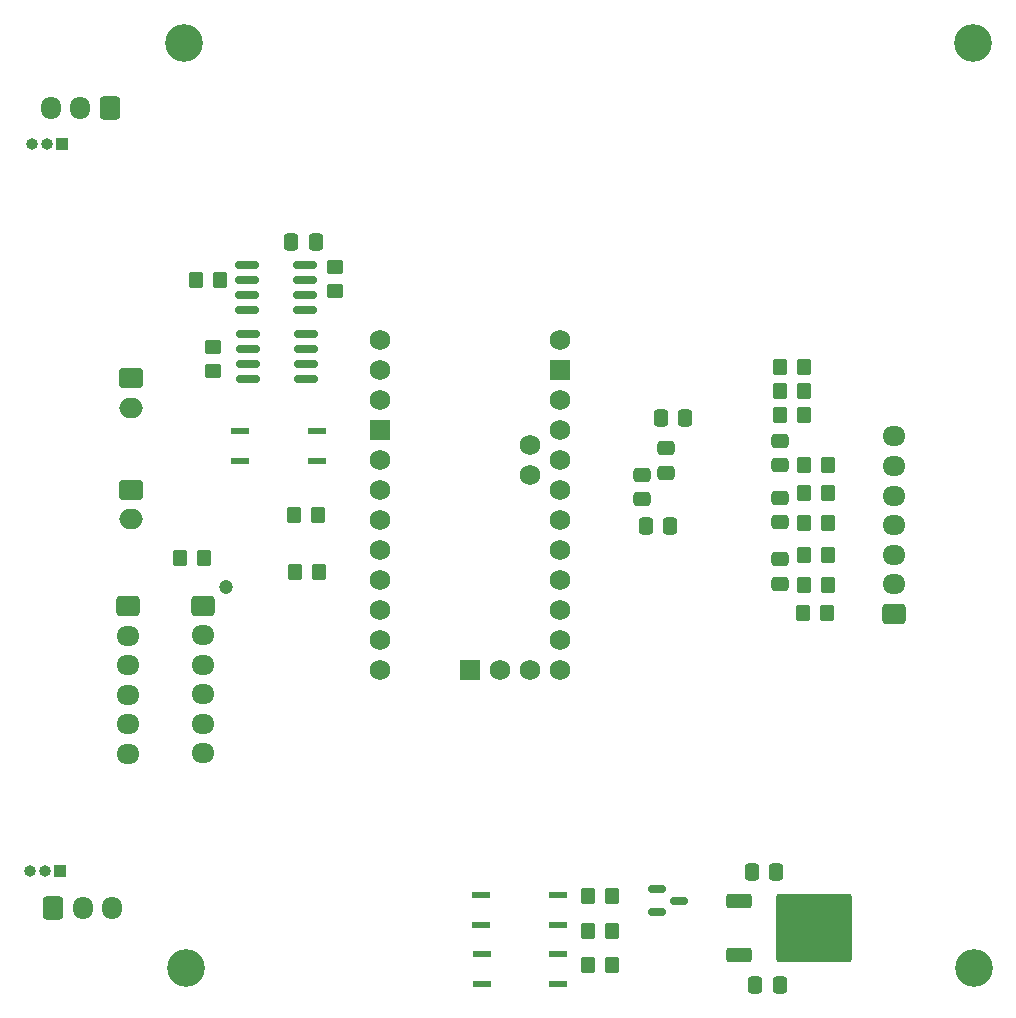
<source format=gbr>
%TF.GenerationSoftware,KiCad,Pcbnew,7.0.9*%
%TF.CreationDate,2024-01-03T22:08:46+05:30*%
%TF.ProjectId,BMS LTC6804-2,424d5320-4c54-4433-9638-30342d322e6b,rev?*%
%TF.SameCoordinates,Original*%
%TF.FileFunction,Soldermask,Top*%
%TF.FilePolarity,Negative*%
%FSLAX46Y46*%
G04 Gerber Fmt 4.6, Leading zero omitted, Abs format (unit mm)*
G04 Created by KiCad (PCBNEW 7.0.9) date 2024-01-03 22:08:46*
%MOMM*%
%LPD*%
G01*
G04 APERTURE LIST*
G04 Aperture macros list*
%AMRoundRect*
0 Rectangle with rounded corners*
0 $1 Rounding radius*
0 $2 $3 $4 $5 $6 $7 $8 $9 X,Y pos of 4 corners*
0 Add a 4 corners polygon primitive as box body*
4,1,4,$2,$3,$4,$5,$6,$7,$8,$9,$2,$3,0*
0 Add four circle primitives for the rounded corners*
1,1,$1+$1,$2,$3*
1,1,$1+$1,$4,$5*
1,1,$1+$1,$6,$7*
1,1,$1+$1,$8,$9*
0 Add four rect primitives between the rounded corners*
20,1,$1+$1,$2,$3,$4,$5,0*
20,1,$1+$1,$4,$5,$6,$7,0*
20,1,$1+$1,$6,$7,$8,$9,0*
20,1,$1+$1,$8,$9,$2,$3,0*%
G04 Aperture macros list end*
%ADD10RoundRect,0.250000X0.337500X0.475000X-0.337500X0.475000X-0.337500X-0.475000X0.337500X-0.475000X0*%
%ADD11RoundRect,0.250000X-0.350000X-0.450000X0.350000X-0.450000X0.350000X0.450000X-0.350000X0.450000X0*%
%ADD12C,3.200000*%
%ADD13RoundRect,0.250000X0.450000X-0.350000X0.450000X0.350000X-0.450000X0.350000X-0.450000X-0.350000X0*%
%ADD14C,1.727200*%
%ADD15R,1.727200X1.727200*%
%ADD16RoundRect,0.250000X-0.725000X0.600000X-0.725000X-0.600000X0.725000X-0.600000X0.725000X0.600000X0*%
%ADD17O,1.950000X1.700000*%
%ADD18RoundRect,0.150000X-0.825000X-0.150000X0.825000X-0.150000X0.825000X0.150000X-0.825000X0.150000X0*%
%ADD19RoundRect,0.250000X0.350000X0.450000X-0.350000X0.450000X-0.350000X-0.450000X0.350000X-0.450000X0*%
%ADD20RoundRect,0.137500X-0.662500X-0.137500X0.662500X-0.137500X0.662500X0.137500X-0.662500X0.137500X0*%
%ADD21RoundRect,0.250000X0.600000X0.725000X-0.600000X0.725000X-0.600000X-0.725000X0.600000X-0.725000X0*%
%ADD22O,1.700000X1.950000*%
%ADD23RoundRect,0.250000X-0.475000X0.337500X-0.475000X-0.337500X0.475000X-0.337500X0.475000X0.337500X0*%
%ADD24RoundRect,0.250000X0.475000X-0.337500X0.475000X0.337500X-0.475000X0.337500X-0.475000X-0.337500X0*%
%ADD25RoundRect,0.250000X-0.337500X-0.475000X0.337500X-0.475000X0.337500X0.475000X-0.337500X0.475000X0*%
%ADD26RoundRect,0.150000X-0.587500X-0.150000X0.587500X-0.150000X0.587500X0.150000X-0.587500X0.150000X0*%
%ADD27RoundRect,0.250000X-0.750000X0.600000X-0.750000X-0.600000X0.750000X-0.600000X0.750000X0.600000X0*%
%ADD28O,2.000000X1.700000*%
%ADD29RoundRect,0.150000X0.825000X0.150000X-0.825000X0.150000X-0.825000X-0.150000X0.825000X-0.150000X0*%
%ADD30RoundRect,0.250000X-0.450000X0.350000X-0.450000X-0.350000X0.450000X-0.350000X0.450000X0.350000X0*%
%ADD31RoundRect,0.250000X-0.850000X-0.350000X0.850000X-0.350000X0.850000X0.350000X-0.850000X0.350000X0*%
%ADD32RoundRect,0.249997X-2.950003X-2.650003X2.950003X-2.650003X2.950003X2.650003X-2.950003X2.650003X0*%
%ADD33RoundRect,0.250000X0.725000X-0.600000X0.725000X0.600000X-0.725000X0.600000X-0.725000X-0.600000X0*%
%ADD34RoundRect,0.250000X-0.600000X-0.725000X0.600000X-0.725000X0.600000X0.725000X-0.600000X0.725000X0*%
%ADD35R,1.000000X1.000000*%
%ADD36O,1.000000X1.000000*%
%ADD37C,1.200000*%
G04 APERTURE END LIST*
D10*
%TO.C,C14*%
X78583700Y-59994800D03*
X76508700Y-59994800D03*
%TD*%
D11*
%TO.C,R1*%
X37090600Y-62738000D03*
X39090600Y-62738000D03*
%TD*%
%TO.C,R7*%
X71593200Y-97238400D03*
X73593200Y-97238400D03*
%TD*%
D12*
%TO.C,H1*%
X104216200Y-19100800D03*
%TD*%
D13*
%TO.C,R4*%
X39827200Y-46872400D03*
X39827200Y-44872400D03*
%TD*%
D14*
%TO.C,A1*%
X69215000Y-62103000D03*
X69215000Y-59563000D03*
X69215000Y-57023000D03*
X69215000Y-54483000D03*
X66675000Y-55753000D03*
X66675000Y-53213000D03*
X64135000Y-72263000D03*
X66675000Y-72263000D03*
X53975000Y-46863000D03*
X53975000Y-44323000D03*
X53975000Y-54483000D03*
X53975000Y-57023000D03*
X53975000Y-59563000D03*
X53975000Y-62103000D03*
X53975000Y-64643000D03*
X53975000Y-67183000D03*
X53975000Y-69723000D03*
X53975000Y-72263000D03*
X69215000Y-72263000D03*
X69215000Y-69723000D03*
X69215000Y-67183000D03*
X69215000Y-64643000D03*
D15*
X53975000Y-51943000D03*
X69215000Y-46863000D03*
X61595000Y-72263000D03*
D14*
X69215000Y-44323000D03*
X53975000Y-49403000D03*
X69215000Y-49403000D03*
X69215000Y-51943000D03*
%TD*%
D16*
%TO.C,J1*%
X32639000Y-66802000D03*
D17*
X32639000Y-69302000D03*
X32639000Y-71802000D03*
X32639000Y-74302000D03*
X32639000Y-76802000D03*
X32639000Y-79302000D03*
%TD*%
D18*
%TO.C,U6*%
X42711600Y-37896800D03*
X42711600Y-39166800D03*
X42711600Y-40436800D03*
X42711600Y-41706800D03*
X47661600Y-41706800D03*
X47661600Y-40436800D03*
X47661600Y-39166800D03*
X47661600Y-37896800D03*
%TD*%
D11*
%TO.C,R11*%
X46802800Y-63957200D03*
X48802800Y-63957200D03*
%TD*%
D19*
%TO.C,R24*%
X91932000Y-54864000D03*
X89932000Y-54864000D03*
%TD*%
%TO.C,R3*%
X40436800Y-39166800D03*
X38436800Y-39166800D03*
%TD*%
D12*
%TO.C,H4*%
X104241600Y-97485200D03*
%TD*%
D20*
%TO.C,U1*%
X42141000Y-51968400D03*
X42141000Y-54508400D03*
X48641000Y-54508400D03*
X48641000Y-51968400D03*
%TD*%
D21*
%TO.C,J4*%
X31115000Y-24638000D03*
D22*
X28615000Y-24638000D03*
X26115000Y-24638000D03*
%TD*%
D23*
%TO.C,C15*%
X87884000Y-52810500D03*
X87884000Y-54885500D03*
%TD*%
D19*
%TO.C,R19*%
X91805000Y-67437000D03*
X89805000Y-67437000D03*
%TD*%
D23*
%TO.C,C17*%
X87884000Y-57636500D03*
X87884000Y-59711500D03*
%TD*%
D24*
%TO.C,C11*%
X78206600Y-55520500D03*
X78206600Y-53445500D03*
%TD*%
D25*
%TO.C,C1*%
X77757200Y-50901600D03*
X79832200Y-50901600D03*
%TD*%
D26*
%TO.C,Q1*%
X77472300Y-90794800D03*
X77472300Y-92694800D03*
X79347300Y-91744800D03*
%TD*%
D24*
%TO.C,C13*%
X76174600Y-57781100D03*
X76174600Y-55706100D03*
%TD*%
D27*
%TO.C,J7*%
X32914000Y-47518000D03*
D28*
X32914000Y-50018000D03*
%TD*%
D25*
%TO.C,C9*%
X85779700Y-98907600D03*
X87854700Y-98907600D03*
%TD*%
D29*
%TO.C,U7*%
X47763200Y-47602600D03*
X47763200Y-46332600D03*
X47763200Y-45062600D03*
X47763200Y-43792600D03*
X42813200Y-43792600D03*
X42813200Y-45062600D03*
X42813200Y-46332600D03*
X42813200Y-47602600D03*
%TD*%
D11*
%TO.C,R6*%
X71593200Y-94288400D03*
X73593200Y-94288400D03*
%TD*%
D25*
%TO.C,C10*%
X46460500Y-35991800D03*
X48535500Y-35991800D03*
%TD*%
D19*
%TO.C,R30*%
X89900000Y-46609000D03*
X87900000Y-46609000D03*
%TD*%
D30*
%TO.C,R8*%
X50139600Y-38116000D03*
X50139600Y-40116000D03*
%TD*%
D19*
%TO.C,R23*%
X91932000Y-57277000D03*
X89932000Y-57277000D03*
%TD*%
D27*
%TO.C,J8*%
X32914000Y-56968000D03*
D28*
X32914000Y-59468000D03*
%TD*%
D25*
%TO.C,C8*%
X85474900Y-89357200D03*
X87549900Y-89357200D03*
%TD*%
D19*
%TO.C,R20*%
X91932000Y-65024000D03*
X89932000Y-65024000D03*
%TD*%
D31*
%TO.C,U8*%
X84427400Y-91800600D03*
D32*
X90727400Y-94080600D03*
D31*
X84427400Y-96360600D03*
%TD*%
D33*
%TO.C,J9*%
X97536000Y-67451000D03*
D17*
X97536000Y-64951000D03*
X97536000Y-62451000D03*
X97536000Y-59951000D03*
X97536000Y-57451000D03*
X97536000Y-54951000D03*
X97536000Y-52451000D03*
%TD*%
D20*
%TO.C,U2*%
X62561400Y-91236800D03*
X62561400Y-93776800D03*
X69061400Y-93776800D03*
X69061400Y-91236800D03*
%TD*%
D19*
%TO.C,R28*%
X89900000Y-48641000D03*
X87900000Y-48641000D03*
%TD*%
%TO.C,R25*%
X89900000Y-50673000D03*
X87900000Y-50673000D03*
%TD*%
D20*
%TO.C,U4*%
X62586800Y-96291400D03*
X62586800Y-98831400D03*
X69086800Y-98831400D03*
X69086800Y-96291400D03*
%TD*%
D23*
%TO.C,C19*%
X87884000Y-62843500D03*
X87884000Y-64918500D03*
%TD*%
D34*
%TO.C,J3*%
X26329000Y-92384000D03*
D22*
X28829000Y-92384000D03*
X31329000Y-92384000D03*
%TD*%
D11*
%TO.C,R5*%
X71593200Y-91338400D03*
X73593200Y-91338400D03*
%TD*%
D19*
%TO.C,R22*%
X91932000Y-59817000D03*
X89932000Y-59817000D03*
%TD*%
%TO.C,R10*%
X48726600Y-59131200D03*
X46726600Y-59131200D03*
%TD*%
%TO.C,R21*%
X91932000Y-62484000D03*
X89932000Y-62484000D03*
%TD*%
D35*
%TO.C,J6*%
X26908000Y-89281000D03*
D36*
X25638000Y-89281000D03*
X24368000Y-89281000D03*
%TD*%
D12*
%TO.C,H3*%
X37566600Y-97459800D03*
%TD*%
D37*
%TO.C,J2*%
X40972000Y-65175000D03*
D16*
X38972000Y-66775000D03*
D17*
X38972000Y-69275000D03*
X38972000Y-71775000D03*
X38972000Y-74275000D03*
X38972000Y-76775000D03*
X38972000Y-79275000D03*
%TD*%
D12*
%TO.C,H2*%
X37363400Y-19100800D03*
%TD*%
D35*
%TO.C,J5*%
X27051000Y-27686000D03*
D36*
X25781000Y-27686000D03*
X24511000Y-27686000D03*
%TD*%
M02*

</source>
